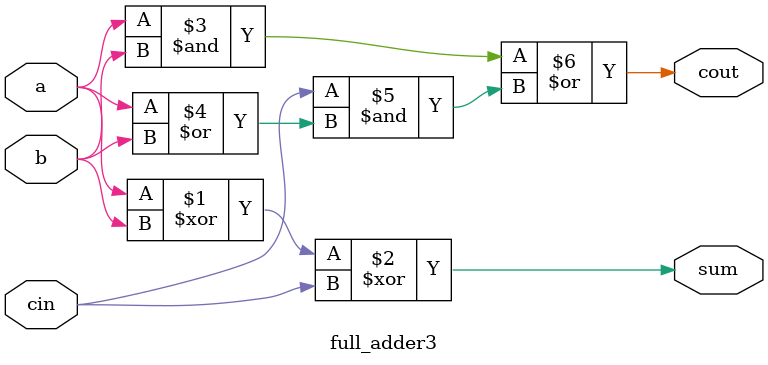
<source format=v>
module full_adder3(a,b,cin,sum,cout);
input a,b,cin;
output sum,cout;
assign sum = a^b^cin;
assign cout = a&b|cin&(a|b); 
// initial begin
//     $display("The correct adder");
// end   
endmodule
</source>
